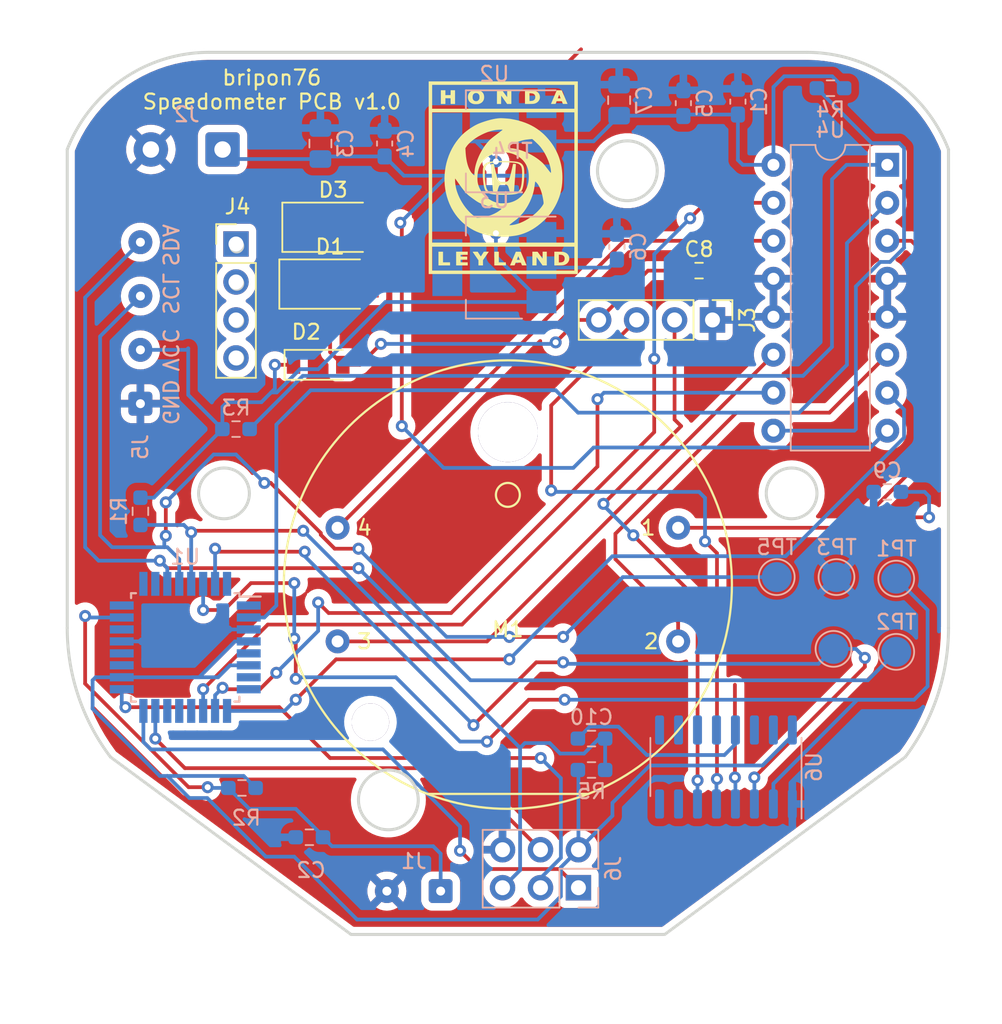
<source format=kicad_pcb>
(kicad_pcb (version 20211014) (generator pcbnew)
  (layers (0 "F.Cu" signal) (31 "B.Cu" signal) (34 "B.Paste" user) (35 "F.Paste" user) (36 "B.SilkS" user "B.Silkscreen") (37 "F.SilkS" user "F.Silkscreen") (38 "B.Mask" user) (39 "F.Mask" user) (44 "Edge.Cuts" user))
  (net 0 "")
  (net 1 "+5V")
  (net 2 "GND")
  (net 3 "/TANK")
  (net 4 "/MISO")
  (net 5 "/RESET_TAGESKILOMETER")
  (net 6 "/STEPPER_A1")
  (net 7 "/V+")
  (net 8 "Net-(C9-Pad1)")
  (net 9 "/STEPPER_A2")
  (net 10 "/STEPPER_B1")
  (net 11 "/STEPPER_B2")
  (net 13 "/DHT_PIN")
  (net 15 "/SCK")
  (net 16 "/MOSI")
  (net 17 "/RST")
  (net 24 "/I2C_SDA")
  (net 25 "/I2C_SCL")
  (net 26 "/UART_RX")
  (net 27 "/UART_TX")
  (net 28 "/TACHO")
  (net 29 "+12V")
  (net 30 "+3.3V")
  (net 35 "/A1")
  (net 36 "/A2")
  (net 37 "/B1")
  (net 38 "/B2")
  (net 39 "Net-(R3-Pad1)")
  (net 40 "Net-(R4-Pad1)")
  (net 41 "Net-(C10-Pad2)")
  (net 42 "/d-")
  (net 43 "/D+")
  (net 44 "Net-(U1-Pad7)")
  (net 45 "Net-(U1-Pad8)")
  (net 46 "Net-(U6-Pad7)")
  (net 47 "Net-(U6-Pad8)")
  (footprint "TestPoint:X27-168" (layer "F.Cu") (at 157.5 105.5)
    (fp_text reference "M1")
    (fp_text value "Stepper_Motor_bipolar")
  )
  (footprint "Diode_SMD:D_SMA" (layer "F.Cu") (at 145.6 85.4)
    (fp_text reference "D1")
    (fp_text value "Z1SMAxxx")
  )
  (footprint "Connector_PinHeader_2.54mm:PinHeader_1x04_P2.54mm_Vertical" (layer "F.Cu") (at 139.3 82.72)
    (fp_text reference "J4")
    (fp_text value "DISPLAY_Kilometer")
  )
  (footprint "Connector_PinHeader_2.54mm:PinHeader_1x04_P2.54mm_Vertical" (layer "F.Cu") (at 171.2 87.8 -90)
    (fp_text reference "J3")
    (fp_text value "USB_Connector")
  )
  (footprint "Diode_SMD:D_SMA" (layer "F.Cu") (at 145.8 81.6)
    (fp_text reference "D3")
    (fp_text value "Z1SMAxxx")
  )
  (footprint "Diode_SMD:D_SOD-123" (layer "F.Cu") (at 144.8 90.8)
    (fp_text reference "D2")
    (fp_text value "MBR0520")
  )
  (footprint "Symbol:HondaLeyland Small" (layer "F.Cu") (at 157.2 78.198)
    (fp_text reference "G***" hide)
    (fp_text value "LOGO" hide)
  )
  (footprint "Resistor_SMD:R_0603_1608Metric_Pad0.98x0.95mm_HandSolder" (layer "F.Cu") (at 170.3 84.5)
    (fp_text reference "C8")
    (fp_text value "0.1u")
  )
  (footprint "Capacitor_SMD:C_0603_1608Metric_Pad1.08x0.95mm_HandSolder" (layer "B.Cu") (at 164.8 82.9 90)
    (fp_text reference "C6")
    (fp_text value "100nF")
  )
  (footprint "Resistor_SMD:R_0603_1608Metric_Pad0.98x0.95mm_HandSolder" (layer "B.Cu") (at 163.1 115.8 180)
    (fp_text reference "C10")
    (fp_text value "0.1u")
  )
  (footprint "Package_TO_SOT_SMD:SOT-223-3_TabPin2" (layer "B.Cu") (at 156.6 84.3 180)
    (fp_text reference "U3")
    (fp_text value "AMS1117-3.3")
  )
  (footprint "TestPoint:TestPoint_Pad_D2.0mm" (layer "B.Cu") (at 179.5 105 180)
    (fp_text reference "TP3")
    (fp_text value "TestPoint")
  )
  (footprint "TestPoint:TestPoint_Pad_D2.0mm" (layer "B.Cu") (at 183.5 110 180)
    (fp_text reference "TP2")
    (fp_text value "TestPoint")
  )
  (footprint "Connector_Wire:SolderWire-0.5sqmm_1x02_P4.8mm_D0.9mm_OD2.3mm" (layer "B.Cu") (at 138.4 76.4 180)
    (fp_text reference "J2")
    (fp_text value "Voltage In")
  )
  (footprint "TestPoint:TestPoint_Pad_D2.0mm" (layer "B.Cu") (at 183.5 105.1 180)
    (fp_text reference "TP1")
    (fp_text value "TestPoint")
  )
  (footprint "Capacitor_SMD:C_0805_2012Metric_Pad1.18x1.45mm_HandSolder" (layer "B.Cu") (at 164.95 73.1 90)
    (fp_text reference "C7")
    (fp_text value "10µF")
  )
  (footprint "Capacitor_SMD:C_0603_1608Metric_Pad1.08x0.95mm_HandSolder" (layer "B.Cu") (at 172.9 73.2 90)
    (fp_text reference "C1")
    (fp_text value "100nF")
  )
  (footprint "Connector_Wire:SolderWire-0.1sqmm_1x04_P3.6mm_D0.4mm_OD1mm" (layer "B.Cu") (at 132.9 93.4 90)
    (fp_text reference "J5")
    (fp_text value "DISPLAY_FUEL")
  )
  (footprint "Package_DIP:DIP-16_W7.62mm" (layer "B.Cu") (at 182.9 77.425 180)
    (fp_text reference "U4")
    (fp_text value "L293D")
  )
  (footprint "Package_QFP:TQFP-32_7x7mm_P0.8mm" (layer "B.Cu") (at 135.9 109.7 180)
    (fp_text reference "U1")
    (fp_text value "ATmega328P-A")
  )
  (footprint "Connector_Wire:SolderWire-0.1sqmm_1x02_P3.6mm_D0.4mm_OD1mm" (layer "B.Cu") (at 153 126 180)
    (fp_text reference "J1")
    (fp_text value "Tank-Sensor")
  )
  (footprint "Package_SO:SOIC-16_3.9x9.9mm_P1.27mm" (layer "B.Cu") (at 172.1 117.7 90)
    (fp_text reference "U6")
    (fp_text value "CH340G")
  )
  (footprint "Resistor_SMD:R_0603_1608Metric_Pad0.98x0.95mm_HandSolder" (layer "B.Cu") (at 132.9 100.6 -90)
    (fp_text reference "R1")
    (fp_text value "10K")
  )
  (footprint "Resistor_SMD:R_0603_1608Metric_Pad0.98x0.95mm_HandSolder" (layer "B.Cu") (at 139.7 119.1 180)
    (fp_text reference "R2")
    (fp_text value "1K")
  )
  (footprint "Connector_PinHeader_2.54mm:PinHeader_2x03_P2.54mm_Vertical" (layer "B.Cu") (at 162.225 125.775 90)
    (fp_text reference "J6")
    (fp_text value "AVR-ISP-6")
  )
  (footprint "TestPoint:TestPoint_Pad_D2.0mm" (layer "B.Cu") (at 179.3 109.8 180)
    (fp_text reference "TP4")
    (fp_text value "TestPoint")
  )
  (footprint "Resistor_SMD:R_0603_1608Metric_Pad0.98x0.95mm_HandSolder" (layer "B.Cu") (at 163.1 117.9)
    (fp_text reference "R5")
    (fp_text value "10K")
  )
  (footprint "Capacitor_SMD:C_0805_2012Metric_Pad1.18x1.45mm_HandSolder" (layer "B.Cu") (at 144.95 76 90)
    (fp_text reference "C3")
    (fp_text value "10µF")
  )
  (footprint "Resistor_SMD:R_0603_1608Metric_Pad0.98x0.95mm_HandSolder" (layer "B.Cu") (at 179.1 72.3)
    (fp_text reference "R4")
    (fp_text value "10K")
  )
  (footprint "Resistor_SMD:R_0603_1608Metric_Pad0.98x0.95mm_HandSolder" (layer "B.Cu") (at 139.3 95.1 180)
    (fp_text reference "R3")
    (fp_text value "10K")
  )
  (footprint "Capacitor_SMD:C_0603_1608Metric_Pad1.08x0.95mm_HandSolder" (layer "B.Cu") (at 149.25 76 90)
    (fp_text reference "C4")
    (fp_text value "100nF")
  )
  (footprint "TestPoint:TestPoint_Pad_D2.0mm" (layer "B.Cu") (at 175.5 105 180)
    (fp_text reference "TP5")
    (fp_text value "TestPoint")
  )
  (footprint "Resistor_SMD:R_0603_1608Metric_Pad0.98x0.95mm_HandSolder" (layer "B.Cu") (at 144.2125 122.4 180)
    (fp_text reference "C2")
    (fp_text value "1uF")
  )
  (footprint "Capacitor_SMD:C_0603_1608Metric_Pad1.08x0.95mm_HandSolder" (layer "B.Cu") (at 169.25 73.3 90)
    (fp_text reference "C5")
    (fp_text value "100nF")
  )
  (footprint "Package_TO_SOT_SMD:SOT-223-3_TabPin2" (layer "B.Cu") (at 156.6 75.85 180)
    (fp_text reference "U2")
    (fp_text value "AMS1117-5.0")
  )
  (footprint "Resistor_SMD:R_0603_1608Metric_Pad0.98x0.95mm_HandSolder" (layer "B.Cu") (at 182.9 99.3 180)
    (fp_text reference "C9")
    (fp_text value "0.1u")
  )
  (gr_line (start 137.5 69.9) (end 177.5 69.9) (layer "Edge.Cuts") (width 0.2))
  (gr_circle (center 139.35 87.850001) (end 138.95 87.850001) (layer "Edge.Cuts") (width 0.2) (fill none))
  (gr_line (start 168 128.9) (end 147 128.9) (layer "Edge.Cuts") (width 0.2))
  (gr_circle (center 149.5 119.9) (end 147.5 119.9) (layer "Edge.Cuts") (width 0.2) (fill none))
  (gr_circle (center 139.35 85.350001) (end 138.95 85.350001) (layer "Edge.Cuts") (width 0.2) (fill none))
  (gr_line (start 187 76.4) (end 187 108.4) (layer "Edge.Cuts") (width 0.2))
  (gr_line (start 128 108.4) (end 128 76.4) (layer "Edge.Cuts") (width 0.2))
  (gr_line (start 184.101117 117.036019) (end 168 128.9) (layer "Edge.Cuts") (width 0.2))
  (gr_circle (center 165.5 77.821711) (end 163.5 77.821711) (layer "Edge.Cuts") (width 0.2) (fill none))
  (gr_circle (center 139.35 90.350001) (end 138.95 90.350001) (layer "Edge.Cuts") (width 0.2) (fill none))
  (gr_arc (start 130.898883 117.036019) (mid 128.744067 112.954786) (end 128 108.4) (layer "Edge.Cuts") (width 0.2))
  (gr_arc (start 177.5 69.9) (mid 183.255432 71.680522) (end 187 76.4) (layer "Edge.Cuts") (width 0.2))
  (gr_line (start 147 128.9) (end 130.898883 117.036019) (layer "Edge.Cuts") (width 0.2))
  (gr_arc (start 128 76.4) (mid 131.744566 71.680519) (end 137.5 69.9) (layer "Edge.Cuts") (width 0.2))
  (gr_circle (center 139.35 82.850001) (end 138.95 82.850001) (layer "Edge.Cuts") (width 0.2) (fill none))
  (gr_circle (center 176.496255 99.4) (end 174.796255 99.4) (layer "Edge.Cuts") (width 0.2) (fill none))
  (gr_arc (start 187 108.4) (mid 186.255939 112.954787) (end 184.101117 117.036019) (layer "Edge.Cuts") (width 0.2))
  (gr_circle (center 138.496255 99.4) (end 136.796255 99.4) (layer "Edge.Cuts") (width 0.2) (fill none))
  (gr_text "SDA" (at 134.9 82.8 -90) (layer "B.SilkS") (effects (font (size 1 1)) (justify mirror)))
  (gr_text "SCL" (at 134.9 86.05 -90) (layer "B.SilkS") (effects (font (size 1 1)) (justify mirror)))
  (gr_text "VCC" (at 134.9 89.8 -90) (layer "B.SilkS") (effects (font (size 1 1)) (justify mirror)))
  (gr_text "GND" (at 134.9 93.3 -90) (layer "B.SilkS") (effects (font (size 1 1)) (justify mirror)))
  (gr_text "bripon76\nSpeedometer PCB v1.0" (at 141.7 72.4) (layer "F.SilkS") (effects (font (size 1 1))))
  (segment (start 143.15 90.8) (end 141.9 90.8) (width 0.25) (layer "F.Cu") (net 1))
  (segment (start 143.15 90.8) (end 143.15 85.85) (width 0.25) (layer "F.Cu") (net 1))
  (segment (start 156.7 77.2) (end 156.7 82) (width 0.25) (layer "F.Cu") (net 1))
  (via (at 156.7 82) (size 0.8) (drill 0.4) (layers "F.Cu" "B.Cu") (net 1))
  (via (at 156.7 77.2) (size 0.8) (drill 0.4) (layers "F.Cu" "B.Cu") (net 1))
  (via (at 141.9 90.8) (size 0.8) (drill 0.4) (layers "F.Cu" "B.Cu") (net 1))
  (segment (start 139.8125 118.3) (end 134.7 118.3) (width 0.25) (layer "B.Cu") (net 1))
  (segment (start 138.3875 95.1) (end 133.8 99.6875) (width 0.25) (layer "B.Cu") (net 1))
  (segment (start 172.9 74.0625) (end 169.35 74.0625) (width 0.25) (layer "B.Cu") (net 1))
  (segment (start 163.2375 75.85) (end 164.95 74.1375) (width 0.25) (layer "B.Cu") (net 1))
  (segment (start 153.45 75.85) (end 155.35 75.85) (width 0.25) (layer "B.Cu") (net 1))
  (segment (start 136.4 111.7) (end 136.825 111.7) (width 0.25) (layer "B.Cu") (net 1))
  (segment (start 164.5 120.96) (end 162.225 123.235) (width 0.25) (layer "B.Cu") (net 1))
  (segment (start 176 71.5) (end 175.28 72.22) (width 0.25) (layer "B.Cu") (net 1))
  (segment (start 131.65 111.7) (end 136.4 111.7) (width 0.25) (layer "B.Cu") (net 1))
  (segment (start 149.3 86.6) (end 144.81 91.09) (width 0.25) (layer "B.Cu") (net 1))
  (segment (start 141.3 123.7) (end 137.375 119.775) (width 0.25) (layer "B.Cu") (net 1))
  (segment (start 155.35 75.85) (end 156.7 77.2) (width 0.25) (layer "B.Cu") (net 1))
  (segment (start 139.225 109.3) (end 136.825 111.7) (width 0.25) (layer "B.Cu") (net 1))
  (segment (start 162.225 117.9375) (end 162.225 123.235) (width 0.25) (layer "B.Cu") (net 1))
  (segment (start 138.1 111.7) (end 136.4 111.7) (width 0.25) (layer "B.Cu") (net 1))
  (segment (start 175.28 72.22) (end 175.28 77.425) (width 0.25) (layer "B.Cu") (net 1))
  (segment (start 143.586104 91.09) (end 142.026104 92.65) (width 0.25) (layer "B.Cu") (net 1))
  (segment (start 134.7 118.3) (end 134.2 118.3) (width 0.25) (layer "B.Cu") (net 1))
  (segment (start 174.546751 117.6) (end 167 117.6) (width 0.25) (layer "B.Cu") (net 1))
  (segment (start 179.2125 71.5) (end 176 71.5) (width 0.25) (layer "B.Cu") (net 1))
  (segment (start 159.75 86.6) (end 156.7 83.55) (width 0.25) (layer "B.Cu") (net 1))
  (segment (start 162.225 123.235) (end 161.05 124.41) (width 0.25) (layer "B.Cu") (net 1))
  (segment (start 136.1 92.8125) (end 138.3875 95.1) (width 0.25) (layer "B.Cu") (net 1))
  (segment (start 136 89.8) (end 136.1 89.7) (width 0.25) (layer "B.Cu") (net 1))
  (segment (start 143.2 123.7) (end 141.3 123.7) (width 0.25) (layer "B.Cu") (net 1))
  (segment (start 141 93.3) (end 138.7 93.3) (width 0.25) (layer "B.Cu") (net 1))
  (segment (start 147.4 127.9) (end 143.2 123.7) (width 0.25) (layer "B.Cu") (net 1))
  (segment (start 140.6125 119.1) (end 139.8125 118.3) (width 0.25) (layer "B.Cu") (net 1))
  (segment (start 141.9 90.8) (end 141.9 92.4) (width 0.25) (layer "B.Cu") (net 1))
  (segment (start 129.7 113.8) (end 129.7 111.9) (width 0.25) (layer "B.Cu") (net 1))
  (segment (start 134.2 118.3) (end 129.7 113.8) (width 0.25) (layer "B.Cu") (net 1))
  (segment (start 161.05 126.35) (end 159.5 127.9) (width 0.25) (layer "B.Cu") (net 1))
  (segment (start 129.9 111.7) (end 131.65 111.7) (width 0.25) (layer "B.Cu") (net 1))
  (segment (start 144.81 91.09) (end 143.586104 91.09) (width 0.25) (layer "B.Cu") (net 1))
  (segment (start 129.7 111.9) (end 129.9 111.7) (width 0.25) (layer "B.Cu") (net 1))
  (segment (start 159.75 86.6) (end 149.3 86.6) (width 0.25) (layer "B.Cu") (net 1))
  (segment (start 138.3875 93.6125) (end 138.3875 95.1) (width 0.25) (layer "B.Cu") (net 1))
  (segment (start 139.225 109.3) (end 140.15 109.3) (width 0.25) (layer "B.Cu") (net 1))
  (segment (start 161.05 124.41) (end 161.05 126.35) (width 0.25) (layer "B.Cu") (net 1))
  (segment (start 136.1 89.7) (end 136.1 92.8125) (width 0.25) (layer "B.Cu") (net 1))
  (segment (start 164.95 74.1375) (end 169.225 74.1375) (width 0.25) (layer "B.Cu") (net 1))
  (segment (start 140.15 110.9) (end 138.9 110.9) (width 0.25) (layer "B.Cu") (net 1))
  (segment (start 159.75 75.85) (end 163.2375 75.85) (width 0.25) (layer "B.Cu") (net 1))
  (segment (start 141.65 92.65) (end 141 93.3) (width 0.25) (layer "B.Cu") (net 1))
  (segment (start 159.75 75.85) (end 153.45 75.85) (width 0.25) (layer "B.Cu") (net 1))
  (segment (start 133.8 99.6875) (end 132.9 99.6875) (width 0.25) (layer "B.Cu") (net 1))
  (segment (start 180.0125 72.3) (end 179.2125 71.5) (width 0.25) (layer "B.Cu") (net 1))
  (segment (start 172.9 74.0625) (end 172.9 77.1) (width 0.25) (layer "B.Cu") (net 1))
  (segment (start 136.175 119.775) (end 134.7 118.3) (width 0.25) (layer "B.Cu") (net 1))
  (segment (start 141.9 92.4) (end 141.65 92.65) (width 0.25) (layer "B.Cu") (net 1))
  (segment (start 173.225 77.425) (end 175.28 77.425) (width 0.25) (layer "B.Cu") (net 1))
  (segment (start 132.9 89.8) (end 136 89.8) (width 0.25) (layer "B.Cu") (net 1))
  (segment (start 137.375 119.775) (end 136.175 119.775) (width 0.25) (layer "B.Cu") (net 1))
  (segment (start 156.7 83.55) (end 156.7 82) (width 0.25) (layer "B.Cu") (net 1))
  (segment (start 164.5 120.1) (end 164.5 120.96) (width 0.25) (layer "B.Cu") (net 1))
  (segment (start 172.9 77.1) (end 173.225 77.425) (width 0.25) (layer "B.Cu") (net 1))
  (segment (start 167 117.6) (end 164.5 120.1) (width 0.25) (layer "B.Cu") (net 1))
  (segment (start 138.7 93.3) (end 138.3875 93.6125) (width 0.25) (layer "B.Cu") (net 1))
  (segment (start 159.5 127.9) (end 147.4 127.9) (width 0.25) (layer "B.Cu") (net 1))
  (segment (start 142.026104 92.65) (end 141.65 92.65) (width 0.25) (layer "B.Cu") (net 1))
  (segment (start 176.545 115.601751) (end 174.546751 117.6) (width 0.25) (layer "B.Cu") (net 1))
  (segment (start 138.9 110.9) (end 138.1 111.7) (width 0.25) (layer "B.Cu") (net 1))
  (segment (start 171.2 84.5125) (end 171.2 87.8) (width 0.25) (layer "F.Cu") (net 2))
  (segment (start 151.2 80.898) (end 162.4 69.698) (width 0.25) (layer "F.Cu") (net 2))
  (segment (start 131.65 109.3) (end 136 109.3) (width 0.25) (layer "B.Cu") (net 2))
  (segment (start 136.8 108.5) (end 140.15 108.5) (width 0.25) (layer "B.Cu") (net 2))
  (segment (start 136 109.3) (end 136.8 108.5) (width 0.25) (layer "B.Cu") (net 2))
  (segment (start 129.2 112.125305) (end 136.125691 119.050996) (width 0.25) (layer "F.Cu") (net 3))
  (segment (start 129.2 107.6) (end 129.2 112.125305) (width 0.25) (layer "F.Cu") (net 3))
  (segment (start 136.125691 119.050996) (end 137.401815 119.050996) (width 0.25) (layer "F.Cu") (net 3))
  (via (at 137.401815 119.050996) (size 0.8) (drill 0.4) (layers "F.Cu" "B.Cu") (net 3))
  (via (at 129.2 107.6) (size 0.8) (drill 0.4) (layers "F.Cu" "B.Cu") (net 3))
  (segment (start 153 126) (end 153 123.5) (width 0.25) (layer "B.Cu") (net 3))
  (segment (start 138.7875 119.1) (end 137.4 119.1) (width 0.25) (layer "B.Cu") (net 3))
  (segment (start 152.5 123) (end 145.725 123) (width 0.25) (layer "B.Cu") (net 3))
  (segment (start 137.4 119.052811) (end 137.401815 119.050996) (width 0.25) (layer "B.Cu") (net 3))
  (segment (start 143.3 120.5) (end 145.125 122.325) (width 0.25) (layer "B.Cu") (net 3))
  (segment (start 129.3 107.7) (end 129.2 107.6) (width 0.25) (layer "B.Cu") (net 3))
  (segment (start 138.7875 119.1) (end 140.1875 120.5) (width 0.25) (layer "B.Cu") (net 3))
  (segment (start 153 123.5) (end 152.5 123) (width 0.25) (layer "B.Cu") (net 3))
  (segment (start 145.725 123) (end 145.125 122.4) (width 0.25) (layer "B.Cu") (net 3))
  (segment (start 131.65 107.7) (end 129.3 107.7) (width 0.25) (layer "B.Cu") (net 3))
  (segment (start 137.4 119.1) (end 137.4 119.052811) (width 0.25) (layer "B.Cu") (net 3))
  (segment (start 140.1875 120.5) (end 143.3 120.5) (width 0.25) (layer "B.Cu") (net 3))
  (segment (start 160.925722 124.525722) (end 155.525722 124.525722) (width 0.25) (layer "F.Cu") (net 4))
  (segment (start 155.525722 124.525722) (end 154.3 123.3) (width 0.25) (layer "F.Cu") (net 4))
  (segment (start 162.3 125.9) (end 160.925722 124.525722) (width 0.25) (layer "F.Cu") (net 4))
  (via (at 154.3 123.3) (size 0.8) (drill 0.4) (layers "F.Cu" "B.Cu") (net 4))
  (segment (start 154.3 123.3) (end 154.3 121.68641) (width 0.25) (layer "B.Cu") (net 4))
  (segment (start 133.1 116.025305) (end 133.1 113.95) (width 0.25) (layer "B.Cu") (net 4))
  (segment (start 154.3 121.68641) (end 149.13859 116.525) (width 0.25) (layer "B.Cu") (net 4))
  (segment (start 133.599695 116.525) (end 133.1 116.025305) (width 0.25) (layer "B.Cu") (net 4))
  (segment (start 149.13859 116.525) (end 133.599695 116.525) (width 0.25) (layer "B.Cu") (net 4))
  (segment (start 177 94) (end 162.2 94) (width 0.25) (layer "B.Cu") (net 6))
  (segment (start 144.3 92.5) (end 142 94.8) (width 0.25) (layer "B.Cu") (net 6))
  (segment (start 160.7 92.5) (end 144.3 92.5) (width 0.25) (layer "B.Cu") (net 6))
  (segment (start 180.2 90.8) (end 177 94) (width 0.25) (layer "B.Cu") (net 6))
  (segment (start 142 94.8) (end 142 106.9) (width 0.25) (layer "B.Cu") (net 6))
  (segment (start 180.2 82.665) (end 180.2 90.8) (width 0.25) (layer "B.Cu") (net 6))
  (segment (start 142 106.9) (end 141.2 107.7) (width 0.25) (layer "B.Cu") (net 6))
  (segment (start 141.2 107.7) (end 140.15 107.7) (width 0.25) (layer "B.Cu") (net 6))
  (segment (start 182.9 79.965) (end 180.2 82.665) (width 0.25) (layer "B.Cu") (net 6))
  (segment (start 162.2 94) (end 160.7 92.5) (width 0.25) (layer "B.Cu") (net 6))
  (segment (start 162.2 87.8) (end 163.58 87.8) (width 0.25) (layer "F.Cu") (net 7))
  (segment (start 166.88 84.5) (end 169.3875 84.5) (width 0.25) (layer "F.Cu") (net 7))
  (segment (start 145.6 89.95) (end 146.45 90.8) (width 0.25) (layer "F.Cu") (net 7))
  (segment (start 146.45 90.8) (end 147.6 90.8) (width 0.25) (layer "F.Cu") (net 7))
  (segment (start 147.6 90.8) (end 149 89.4) (width 0.25) (layer "F.Cu") (net 7))
  (segment (start 160.7 89.3) (end 162.2 87.8) (width 0.25) (layer "F.Cu") (net 7))
  (segment (start 163.58 87.8) (end 166.88 84.5) (width 0.25) (layer "F.Cu") (net 7))
  (segment (start 145.6 83.4) (end 145.6 89.95) (width 0.25) (layer "F.Cu") (net 7))
  (segment (start 143.8 81.6) (end 145.6 83.4) (width 0.25) (layer "F.Cu") (net 7))
  (via (at 149 89.4) (size 0.8) (drill 0.4) (layers "F.Cu" "B.Cu") (net 7))
  (via (at 160.7 89.3) (size 0.8) (drill 0.4) (layers "F.Cu" "B.Cu") (net 7))
  (segment (start 149 89.4) (end 160.6 89.4) (width 0.25) (layer "B.Cu") (net 7))
  (segment (start 160.6 89.4) (end 160.7 89.3) (width 0.25) (layer "B.Cu") (net 7))
  (segment (start 172.7 118.4) (end 172.7 112.2) (width 0.25) (layer "F.Cu") (net 8))
  (segment (start 183.9 101) (end 185.7 101) (width 0.25) (layer "F.Cu") (net 8))
  (via (at 172.7 118.4) (size 0.8) (drill 0.4) (layers "F.Cu" "B.Cu") (net 8))
  (via (at 185.7 101) (size 0.8) (drill 0.4) (layers "F.Cu" "B.Cu") (net 8))
  (segment (start 172.735 120.175) (end 172.735 118.435) (width 0.25) (layer "B.Cu") (net 8))
  (segment (start 185.7 99.6) (end 185.4 99.3) (width 0.25) (layer "B.Cu") (net 8))
  (segment (start 185.4 99.3) (end 183.8125 99.3) (width 0.25) (layer "B.Cu") (net 8))
  (segment (start 172.735 118.435) (end 172.7 118.4) (width 0.25) (layer "B.Cu") (net 8))
  (segment (start 185.7 101) (end 185.7 99.6) (width 0.25) (layer "B.Cu") (net 8))
  (segment (start 146 110.5) (end 143.3 113.2) (width 0.25) (layer "F.Cu") (net 9))
  (segment (start 157.6 110.5) (end 146 110.5) (width 0.25) (layer "F.Cu") (net 9))
  (via (at 143.3 113.2) (size 0.8) (drill 0.4) (layers "F.Cu" "B.Cu") (net 9))
  (via (at 157.6 110.5) (size 0.8) (drill 0.4) (layers "F.Cu" "B.Cu") (net 9))
  (segment (start 184.025 95.670991) (end 176.095991 103.6) (width 0.25) (layer "B.Cu") (net 9))
  (segment (start 143.3 113.2) (end 142.55 113.95) (width 0.25) (layer "B.Cu") (net 9))
  (segment (start 142.55 113.95) (end 138.7 113.95) (width 0.25) (layer "B.Cu") (net 9))
  (segment (start 176.095991 103.6) (end 164.5 103.6) (width 0.25) (layer "B.Cu") (net 9))
  (segment (start 164.5 103.6) (end 157.6 110.5) (width 0.25) (layer "B.Cu") (net 9))
  (segment (start 184.025 93.79) (end 184.025 95.670991) (width 0.25) (layer "B.Cu") (net 9))
  (segment (start 182.9 92.665) (end 184.025 93.79) (width 0.25) (layer "B.Cu") (net 9))
  (segment (start 145.5 107.4) (end 144.8 106.7) (width 0.25) (layer "F.Cu") (net 10))
  (segment (start 138.5 112.5) (end 138.4 112.4) (width 0.25) (layer "F.Cu") (net 10))
  (segment (start 153.7 107.4) (end 163.5 97.6) (width 0.25) (layer "F.Cu") (net 10))
  (segment (start 153.7 107.4) (end 145.5 107.4) (width 0.25) (layer "F.Cu") (net 10))
  (segment (start 140.9 112.5) (end 138.5 112.5) (width 0.25) (layer "F.Cu") (net 10))
  (segment (start 142 111.4) (end 140.9 112.5) (width 0.25) (layer "F.Cu") (net 10))
  (segment (start 163.5 93.1) (end 163.5 97.6) (width 0.25) (layer "F.Cu") (net 10))
  (via (at 142 111.4) (size 0.8) (drill 0.4) (layers "F.Cu" "B.Cu") (net 10))
  (via (at 163.5 93.1) (size 0.8) (drill 0.4) (layers "F.Cu" "B.Cu") (net 10))
  (via (at 144.8 106.7) (size 0.8) (drill 0.4) (layers "F.Cu" "B.Cu") (net 10))
  (via (at 138.4 112.4) (size 0.8) (drill 0.4) (layers "F.Cu" "B.Cu") (net 10))
  (segment (start 144.8 108.6) (end 142 111.4) (width 0.25) (layer "B.Cu") (net 10))
  (segment (start 144.8 106.7) (end 144.8 108.6) (width 0.25) (layer "B.Cu") (net 10))
  (segment (start 138.4 112.4) (end 137.9 112.9) (width 0.25) (layer "B.Cu") (net 10))
  (segment (start 163.935 92.665) (end 163.5 93.1) (width 0.25) (layer "B.Cu") (net 10))
  (segment (start 137.9 112.9) (end 137.9 113.95) (width 0.25) (layer "B.Cu") (net 10))
  (segment (start 175.28 92.665) (end 163.935 92.665) (width 0.25) (layer "B.Cu") (net 10))
  (segment (start 170.735 79.965) (end 169.7 81) (width 0.25) (layer "F.Cu") (net 11))
  (segment (start 154.425 108.175) (end 141.425 108.175) (width 0.25) (layer "F.Cu") (net 11))
  (segment (start 141.425 108.175) (end 137.1 112.5) (width 0.25) (layer "F.Cu") (net 11))
  (segment (start 175.28 79.965) (end 170.735 79.965) (width 0.25) (layer "F.Cu") (net 11))
  (segment (start 167.3 90.4) (end 167.3 95.3) (width 0.25) (layer "F.Cu") (net 11))
  (segment (start 154.425 108.175) (end 167.3 95.3) (width 0.25) (layer "F.Cu") (net 11))
  (via (at 137.1 112.5) (size 0.8) (drill 0.4) (layers "F.Cu" "B.Cu") (net 11))
  (via (at 169.7 81) (size 0.8) (drill 0.4) (layers "F.Cu" "B.Cu") (net 11))
  (via (at 167.3 90.4) (size 0.8) (drill 0.4) (layers "F.Cu" "B.Cu") (net 11))
  (segment (start 169.7 81) (end 167.3 83.4) (width 0.25) (layer "B.Cu") (net 11))
  (segment (start 137.1 112.5) (end 137.1 113.95) (width 0.25) (layer "B.Cu") (net 11))
  (segment (start 167.3 83.4) (end 167.3 90.4) (width 0.25) (layer "B.Cu") (net 11))
  (segment (start 142.2 113.7) (end 145.6 117.1) (width 0.25) (layer "F.Cu") (net 15))
  (segment (start 131.9 113.7) (end 142.2 113.7) (width 0.25) (layer "F.Cu") (net 15))
  (segment (start 145.6 117.1) (end 159.7 117.1) (width 0.25) (layer "F.Cu") (net 15))
  (via (at 131.9 113.7) (size 0.8) (drill 0.4) (layers "F.Cu" "B.Cu") (net 15))
  (via (at 159.7 117.1) (size 0.8) (drill 0.4) (layers "F.Cu" "B.Cu") (net 15))
  (segment (start 131.65 112.5) (end 131.65 113.45) (width 0.25) (layer "B.Cu") (net 15))
  (segment (start 161.05 123.773604) (end 159.685 125.138604) (width 0.25) (layer "B.Cu") (net 15))
  (segment (start 159.7 117.1) (end 161.05 118.45) (width 0.25) (layer "B.Cu") (net 15))
  (segment (start 131.65 113.45) (end 131.9 113.7) (width 0.25) (layer "B.Cu") (net 15))
  (segment (start 161.05 118.45) (end 161.05 123.773604) (width 0.25) (layer "B.Cu") (net 15))
  (segment (start 154.227548 117.777548) (end 135.877548 117.777548) (width 0.25) (layer "F.Cu") (net 16))
  (segment (start 135.877548 117.777548) (end 133.9 115.8) (width 0.25) (layer "F.Cu") (net 16))
  (segment (start 159.685 123.235) (end 154.227548 117.777548) (width 0.25) (layer "F.Cu") (net 16))
  (via (at 133.9 115.8) (size 0.8) (drill 0.4) (layers "F.Cu" "B.Cu") (net 16))
  (segment (start 133.9 113.95) (end 133.9 115.8) (width 0.25) (layer "B.Cu") (net 16))
  (segment (start 136.4 101.9) (end 143.8 101.9) (width 0.25) (layer "F.Cu") (net 17))
  (segment (start 136.4 101.9) (end 136.3 102) (width 0.25) (layer "F.Cu") (net 17))
  (via (at 136.3 102) (size 0.8) (drill 0.4) (layers "F.Cu" "B.Cu") (net 17))
  (via (at 143.8 101.9) (size 0.8) (drill 0.4) (layers "F.Cu" "B.Cu") (net 17))
  (segment (start 132.9 101.5125) (end 135.7875 101.5125) (width 0.25) (layer "B.Cu") (net 17))
  (segment (start 135.8 101.5) (end 136.3 102) (width 0.25) (layer "B.Cu") (net 17))
  (segment (start 135.7875 101.5125) (end 135.8 101.5) (width 0.25) (layer "B.Cu") (net 17))
  (segment (start 158.32 124.6) (end 158.32 116.42) (width 0.25) (layer "B.Cu") (net 17))
  (segment (start 161 116.8) (end 160.3 116.1) (width 0.25) (layer "B.Cu") (net 17))
  (segment (start 162.6 116.8) (end 161 116.8) (width 0.25) (layer "B.Cu") (net 17))
  (segment (start 143.8 101.9) (end 158.32 116.42) (width 0.25) (layer "B.Cu") (net 17))
  (segment (start 160.3 116.1) (end 158.64 116.1) (width 0.25) (layer "B.Cu") (net 17))
  (segment (start 158.64 116.1) (end 158.32 116.42) (width 0.25) (layer "B.Cu") (net 17))
  (segment (start 163.6 115.8) (end 162.6 116.8) (width 0.25) (layer "B.Cu") (net 17))
  (segment (start 157.145 125.775) (end 158.32 124.6) (width 0.25) (layer "B.Cu") (net 17))
  (segment (start 164.0125 115.8) (end 163.6 115.8) (width 0.25) (layer "B.Cu") (net 17))
  (segment (start 164.0125 115.8) (end 164.0125 117.9) (width 0.25) (layer "B.Cu") (net 17))
  (segment (start 136.3 102) (end 136.3 105.45) (width 0.25) (layer "B.Cu") (net 17))
  (segment (start 134.7 104.4) (end 134.2 103.9) (width 0.25) (layer "F.Cu") (net 24))
  (segment (start 147.5 104.4) (end 134.7 104.4) (width 0.25) (layer "F.Cu") (net 24))
  (via (at 134.2 103.9) (size 0.8) (drill 0.4) (layers "F.Cu" "B.Cu") (net 24))
  (via (at 147.5 104.4) (size 0.8) (drill 0.4) (layers "F.Cu" "B.Cu") (net 24))
  (segment (start 155 111.9) (end 181.6 111.9) (width 0.25) (layer "B.Cu") (net 24))
  (segment (start 132.9 82.6) (end 129.2 86.3) (width 0.25) (layer "B.Cu") (net 24))
  (segment (start 134.2 103.9) (end 134.7 104.4) (width 0.25) (layer "B.Cu") (net 24))
  (segment (start 155 111.9) (end 147.5 104.4) (width 0.25) (layer "B.Cu") (net 24))
  (segment (start 129.2 103) (end 130.1 103.9) (width 0.25) (layer "B.Cu") (net 24))
  (segment (start 129.2 86.3) (end 129.2 103) (width 0.25) (layer "B.Cu") (net 24))
  (segment (start 130.1 103.9) (end 134.2 103.9) (width 0.25) (layer "B.Cu") (net 24))
  (segment (start 183.5 110) (end 181.6 111.9) (width 0.25) (layer "B.Cu") (net 24))
  (segment (start 134.7 104.4) (end 134.7 105.45) (width 0.25) (layer "B.Cu") (net 24))
  (segment (start 144.975 102.049695) (end 141.625305 98.7) (width 0.25) (layer "F.Cu") (net 25))
  (segment (start 161.2 109) (end 157.6 109) (width 0.25) (layer "F.Cu") (net 25))
  (segment (start 145.909009 103.1) (end 144.975 102.165991) (width 0.25) (layer "F.Cu") (net 25))
  (segment (start 134.6 102.237) (end 134.6 100) (width 0.25) (layer "F.Cu") (net 25))
  (segment (start 147.5 103.1) (end 145.909009 103.1) (width 0.25) (layer "F.Cu") (net 25))
  (segment (start 144.975 102.165991) (end 144.975 102.049695) (width 0.25) (layer "F.Cu") (net 25))
  (segment (start 141.625305 98.7) (end 141.2 98.7) (width 0.25) (layer "F.Cu") (net 25))
  (via (at 141.2 98.7) (size 0.8) (drill 0.4) (layers "F.Cu" "B.Cu") (net 25))
  (via (at 161.2 109) (size 0.8) (drill 0.4) (layers "F.Cu" "B.Cu") (net 25))
  (via (at 147.5 103.1) (size 0.8) (drill 0.4) (layers "F.Cu" "B.Cu") (net 25))
  (via (at 157.6 109) (size 0.8) (drill 0.4) (layers "F.Cu" "B.Cu") (net 25))
  (via (at 134.6 102.237) (size 0.8) (drill 0.4) (layers "F.Cu" "B.Cu") (net 25))
  (via (at 134.6 100) (size 0.8) (drill 0.4) (layers "F.Cu" "B.Cu") (net 25))
  (segment (start 132.9 86.2) (end 130.2 88.9) (width 0.25) (layer "B.Cu") (net 25))
  (segment (start 157.6 109) (end 153.4 109) (width 0.25) (layer "B.Cu") (net 25))
  (segment (start 165.2 105) (end 161.2 109) (width 0.25) (layer "B.Cu") (net 25))
  (segment (start 134.7 103) (end 135.5 103.8) (width 0.25) (layer "B.Cu") (net 25))
  (segment (start 130.2 88.9) (end 130.2 102.2) (width 0.25) (layer "B.Cu") (net 25))
  (segment (start 135.5 103.8) (end 135.5 105.45) (width 0.25) (layer "B.Cu") (net 25))
  (segment (start 141.2 98.7) (end 139.3 96.8) (width 0.25) (layer "B.Cu") (net 25))
  (segment (start 137.8 96.8) (end 134.6 100) (width 0.25) (layer "B.Cu") (net 25))
  (segment (start 131 103) (end 134.5 103) (width 0.25) (layer "B.Cu") (net 25))
  (segment (start 153.4 109) (end 147.5 103.1) (width 0.25) (layer "B.Cu") (net 25))
  (segment (start 134.6 102.237) (end 134.5 102.337) (width 0.25) (layer "B.Cu") (net 25))
  (segment (start 134.5 102.337) (end 134.5 103) (width 0.25) (layer "B.Cu") (net 25))
  (segment (start 175.5 105) (end 165.2 105) (width 0.25) (layer "B.Cu") (net 25))
  (segment (start 134.5 103) (end 134.7 103) (width 0.25) (layer "B.Cu") (net 25))
  (segment (start 130.2 102.2) (end 131 103) (width 0.25) (layer "B.Cu") (net 25))
  (segment (start 137.8 96.8) (end 139.3 96.8) (width 0.25) (layer "B.Cu") (net 25))
  (segment (start 143.3 109.2) (end 143.2 109.1) (width 0.25) (layer "F.Cu") (net 26))
  (segment (start 143.2 105.4) (end 140.3 105.4) (width 0.25) (layer "F.Cu") (net 26))
  (segment (start 138.5 107.2) (end 140.3 105.4) (width 0.25) (layer "F.Cu") (net 26))
  (segment (start 143.3 111.8) (end 143.3 109.2) (width 0.25) (layer "F.Cu") (net 26))
  (segment (start 138.5 107.2) (end 137.1 107.2) (width 0.25) (layer "F.Cu") (net 26))
  (segment (start 158.9 113.2) (end 156.1 116) (width 0.25) (layer "F.Cu") (net 26))
  (segment (start 161.3 113.2) (end 158.9 113.2) (width 0.25) (layer "F.Cu") (net 26))
  (via (at 143.2 109.1) (size 0.8) (drill 0.4) (layers "F.Cu" "B.Cu") (net 26))
  (via (at 156.1 116) (size 0.8) (drill 0.4) (layers "F.Cu" "B.Cu") (net 26))
  (via (at 161.3 113.2) (size 0.8) (drill 0.4) (layers "F.Cu" "B.Cu") (net 26))
  (via (at 143.2 105.4) (size 0.8) (drill 0.4) (layers "F.Cu" "B.Cu") (net 26))
  (via (at 137.1 107.2) (size 0.8) (drill 0.4) (layers "F.Cu" "B.Cu") (net 26))
  (via (at 143.3 111.8) (size 0.8) (drill 0.4) (layers "F.Cu" "B.Cu") (net 26))
  (segment (start 137.1 105.45) (end 137.1 107.2) (width 0.25) (layer "B.Cu") (net 26))
  (segment (start 156.1 116) (end 154.3 116) (width 0.25) (layer "B.Cu") (net 26))
  (segment (start 143.4 111.7) (end 143.3 111.8) (width 0.25) (layer "B.Cu") (net 26))
  (segment (start 180.9 113.2) (end 183 113.2) (width 0.25) (layer "B.Cu") (net 26))
  (segment (start 150 111.7) (end 154.3 116) (width 0.25) (layer "B.Cu") (net 26))
  (segment (start 175.275 118.825) (end 180.9 113.2) (width 0.25) (layer "B.Cu") (net 26))
  (segment (start 183 113.2) (end 161.3 113.2) (width 0.25) (layer "B.Cu") (net 26))
  (segment (start 183.5 105.1) (end 185.6 107.2) (width 0.25) (layer "B.Cu") (net 26))
  (segment (start 184.7 113.2) (end 185.6 112.3) (width 0.25) (layer "B.Cu") (net 26))
  (segment (start 184.7 113.2) (end 183 113.2) (width 0.25) (layer "B.Cu") (net 26))
  (segment (start 185.6 107.2) (end 185.6 112.3) (width 0.25) (layer "B.Cu") (net 26))
  (segment (start 143.2 109.1) (end 143.2 105.4) (width 0.25) (layer "B.Cu") (net 26))
  (segment (start 143.4 111.7) (end 150 111.7) (width 0.25) (layer "B.Cu") (net 26))
  (segment (start 175.275 120.175) (end 175.275 118.825) (width 0.25) (layer "B.Cu") (net 26))
  (segment (start 174 118.4) (end 181.4 111) (width 0.25) (layer "F.Cu") (net 27))
  (segment (start 161.2 110.7) (end 159.4 110.7) (width 0.25) (layer "F.Cu") (net 27))
  (segment (start 181.4 111) (end 181.4 110.4) (width 0.25) (layer "F.Cu") (net 27))
  (segment (start 143.9 103.3) (end 138.1 103.3) (width 0.25) (layer "F.Cu") (net 27))
  (segment (start 159.4 110.7) (end 155.2 114.9) (width 0.25) (layer "F.Cu") (net 27))
  (segment (start 138.1 103.3) (end 137.9 103.1) (width 0.25) (layer "F.Cu") (net 27))
  (via (at 155.2 114.9) (size 0.8) (drill 0.4) (layers "F.Cu" "B.Cu") (net 27))
  (via (at 181.4 110.4) (size 0.8) (drill 0.4) (layers "F.Cu" "B.Cu") (net 27))
  (via (at 143.9 103.3) (size 0.8) (drill 0.4) (layers "F.Cu" "B.Cu") (net 27))
  (via (at 174 118.4) (size 0.8) (drill 0.4) (layers "F.Cu" "B.Cu") (net 27))
  (via (at 137.9 103.1) (size 0.8) (drill 0.4) (layers "F.Cu" "B.Cu") (net 27))
  (via (at 161.2 110.7) (size 0.8) (drill 0.4) (layers "F.Cu" "B.Cu") (net 27))
  (segment (start 161.3 110.8) (end 161.2 110.7) (width 0.25) (layer "B.Cu") (net 27))
  (segment (start 179.3 109.8) (end 178.3 110.8) (width 0.25) (layer "B.Cu") (net 27))
  (segment (start 178.3 110.8) (end 161.3 110.8) (width 0.25) (layer "B.Cu") (net 27))
  (segment (start 137.9 103.1) (end 137.9 105.45) (width 0.25) (layer "B.Cu") (net 27))
  (segment (start 174.005 118.405) (end 174 118.4) (width 0.25) (layer "B.Cu") (net 27))
  (segment (start 174.005 120.175) (end 174.005 118.405) (width 0.25) (layer "B.Cu") (net 27))
  (segment (start 180.8 109.8) (end 181.4 110.4) (width 0.25) (layer "B.Cu") (net 27))
  (segment (start 155.2 114.9) (end 143.9 103.6) (width 0.25) (layer "B.Cu") (net 27))
  (segment (start 179.3 109.8) (end 180.8 109.8) (width 0.25) (layer "B.Cu") (net 27))
  (segment (start 143.9 103.6) (end 143.9 103.3) (width 0.25) (layer "B.Cu") (net 27))
  (segment (start 150.4 81.4) (end 150.3 81.3) (width 0.25) (layer "F.Cu") (net 29))
  (segment (start 150.4 94.9) (end 150.4 81.4) (width 0.25) (layer "F.Cu") (net 29))
  (via (at 150.3 81.3) (size 0.8) (drill 0.4) (layers "F.Cu" "B.Cu") (net 29))
  (via (at 150.4 94.9) (size 0.8) (drill 0.4) (layers "F.Cu" "B.Cu") (net 29))
  (segment (start 150.5375 78.15) (end 149.25 76.8625) (width 0.25) (layer "B.Cu") (net 29))
  (segment (start 159.75 78.15) (end 150.5375 78.15) (width 0.25) (layer "B.Cu") (net 29))
  (segment (start 144.95 77.0375) (end 139.0375 77.0375) (width 0.25) (layer "B.Cu") (net 29))
  (segment (start 149.25 76.8625) (end 145.125 76.8625) (width 0.25) (layer "B.Cu") (net 29))
  (segment (start 181.775 96.33) (end 163.244085 96.33) (width 0.25) (layer "B.Cu") (net 29))
  (segment (start 153.195001 97.695001) (end 150.4 94.9) (width 0.25) (layer "B.Cu") (net 29))
  (segment (start 163.244085 96.33) (end 161.879084 97.695001) (width 0.25) (layer "B.Cu") (net 29))
  (segment (start 182.9 95.205) (end 181.775 96.33) (width 0.25) (layer "B.Cu") (net 29))
  (segment (start 153.45 78.15) (end 159.75 78.15) (width 0.25) (layer "B.Cu") (net 29))
  (segment (start 150.3 81.3) (end 153.45 78.15) (width 0.25) (layer "B.Cu") (net 29))
  (segment (start 161.879084 97.695001) (end 153.195001 97.695001) (width 0.25) (layer "B.Cu") (net 29))
  (segment (start 159.8 84.3) (end 164.2625 84.3) (width 0.25) (layer "B.Cu") (net 30))
  (segment (start 164.2625 84.3) (end 164.8 83.7625) (width 0.25) (layer "B.Cu") (net 30))
  (segment (start 184.505 82.505) (end 185.4 83.4) (width 0.25) (layer "F.Cu") (net 35))
  (segment (start 182.9 82.505) (end 184.505 82.505) (width 0.25) (layer "F.Cu") (net 35))
  (segment (start 180.7 101.7) (end 168.9 101.7) (width 0.25) (layer "F.Cu") (net 35))
  (segment (start 185.4 83.4) (end 185.4 97) (width 0.25) (layer "F.Cu") (net 35))
  (segment (start 185.4 97) (end 180.7 101.7) (width 0.25) (layer "F.Cu") (net 35))
  (segment (start 168.9 109.3) (end 168.9 108) (width 0.25) (layer "F.Cu") (net 36))
  (segment (start 172.8 94) (end 179.025 94) (width 0.25) (layer "F.Cu") (net 36))
  (segment (start 164.7 103.8) (end 164.7 102.1) (width 0.25) (layer "F.Cu") (net 36))
  (segment (start 168.9 108) (end 164.7 103.8) (width 0.25) (layer "F.Cu") (net 36))
  (segment (start 179.025 94) (end 182.9 90.125) (width 0.25) (layer "F.Cu") (net 36))
  (segment (start 164.7 102.1) (end 172.8 94) (width 0.25) (layer "F.Cu") (net 36))
  (segment (start 146.1 109.3) (end 156.105 109.3) (width 0.25) (layer "F.Cu") (net 37))
  (segment (start 156.105 109.3) (end 175.28 90.125) (width 0.25) (layer "F.Cu") (net 37))
  (segment (start 165.295 82.505) (end 175.28 82.505) (width 0.25) (layer "F.Cu") (net 38))
  (segment (start 146.1 101.7) (end 165.295 82.505) (width 0.25) (layer "F.Cu") (net 38))
  (segment (start 143.7725 91.54) (end 177.26 91.54) (width 0.25) (layer "B.Cu") (net 39))
  (segment (start 140.2125 95.1) (end 143.7725 91.54) (width 0.25) (layer "B.Cu") (net 39))
  (segment (start 179.2 78.4) (end 180.175 77.425) (width 0.25) (layer "B.Cu") (net 39))
  (segment (start 177.26 91.54) (end 179.2 89.6) (width 0.25) (layer "B.Cu") (net 39))
  (segment (start 180.175 77.425) (end 182.9 77.425) (width 0.25) (layer "B.Cu") (net 39))
  (segment (start 179.2 89.6) (end 179.2 78.4) (width 0.25) (layer "B.Cu") (net 39))
  (segment (start 181.858899 75.971399) (end 183.695001 75.971399) (width 0.25) (layer "B.Cu") (net 40))
  (segment (start 178.1875 72.3) (end 181.858899 75.971399) (width 0.25) (layer "B.Cu") (net 40))
  (segment (start 180.8 85.554009) (end 180.8 95.1) (width 0.25) (layer "B.Cu") (net 40))
  (segment (start 184.025 76.301398) (end 184.025 82.975) (width 0.25) (layer "B.Cu") (net 40))
  (segment (start 183.08 83.92) (end 182.434009 83.92) (width 0.25) (layer "B.Cu") (net 40))
  (segment (start 184.025 82.975) (end 183.08 83.92) (width 0.25) (layer "B.Cu") (net 40))
  (segment (start 183.695001 75.971399) (end 184.025 76.301398) (width 0.25) (layer "B.Cu") (net 40))
  (segment (start 180.695 95.205) (end 175.28 95.205) (width 0.25) (layer "B.Cu") (net 40))
  (segment (start 182.434009 83.92) (end 180.8 85.554009) (width 0.25) (layer "B.Cu") (net 40))
  (segment (start 180.8 95.1) (end 180.695 95.205) (width 0.25) (layer "B.Cu") (net 40))
  (segment (start 166.8 116.9) (end 172 116.9) (width 0.25) (layer "B.Cu") (net 41))
  (segment (start 162.1875 115.8) (end 162.9875 115) (width 0.25) (layer "B.Cu") (net 41))
  (segment (start 162.9875 115) (end 164.9 115) (width 0.25) (layer "B.Cu") (net 41))
  (segment (start 172 116.9) (end 172.735 116.165) (width 0.25) (layer "B.Cu") (net 41))
  (segment (start 164.9 115) (end 166.8 116.9) (width 0.25) (layer "B.Cu") (net 41))
  (segment (start 172.735 116.165) (end 172.735 115.225) (width 0.25) (layer "B.Cu") (net 41))
  (segment (start 168.66 94.46) (end 168.66 87.8) (width 0.25) (layer "F.Cu") (net 42))
  (segment (start 170.2 118.6) (end 170.2 106.5) (width 0.25) (layer "F.Cu") (net 42))
  (segment (start 163.9 100.1) (end 169.1 94.9) (width 0.25) (layer "F.Cu") (net 42))
  (segment (start 170.2 106.5) (end 165.9 102.2) (width 0.25) (layer "F.Cu") (net 42))
  (segment (start 169.1 94.9) (end 168.66 94.46) (width 0.25) (layer "F.Cu") (net 42))
  (via (at 170.2 118.6) (size 0.8) (drill 0.4) (layers "F.Cu" "B.Cu") (net 42))
  (via (at 163.9 100.1) (size 0.8) (drill 0.4) (layers "F.Cu" "B.Cu") (net 42))
  (via (at 165.9 102.2) (size 0.8) (drill 0.4) (layers "F.Cu" "B.Cu") (net 42))
  (segment (start 165.9 102.2) (end 163.9 100.2) (width 0.25) (layer "B.Cu") (net 42))
  (segment (start 170.195 120.175) (end 170.195 118.605) (width 0.25) (layer "B.Cu") (net 42))
  (segment (start 170.195 118.605) (end 170.2 118.6) (width 0.25) (layer "B.Cu") (net 42))
  (segment (start 163.9 100.2) (end 163.9 100.1) (width 0.25) (layer "B.Cu") (net 42))
  (segment (start 171.5 103.4) (end 170.7 102.6) (width 0.25) (layer "F.Cu") (net 43))
  (segment (start 171.5 118.5) (end 171.5 103.4) (width 0.25) (layer "F.Cu") (net 43))
  (segment (start 166.12 87.8) (end 160.4 93.52) (width 0.25) (layer "F.Cu") (net 43))
  (segment (start 160.4 93.52) (end 160.4 99.2) (width 0.25) (layer "F.Cu") (net 43))
  (via (at 171.5 118.5) (size 0.8) (drill 0.4) (layers "F.Cu" "B.Cu") (net 43))
  (via (at 160.4 99.2) (size 0.8) (drill 0.4) (layers "F.Cu" "B.Cu") (net 43))
  (via (at 170.7 102.6) (size 0.8) (drill 0.4) (layers "F.Cu" "B.Cu") (net 43))
  (segment (start 170.7 102.6) (end 170.7 99.7) (width 0.25) (layer "B.Cu") (net 43))
  (segment (start 171.465 120.175) (end 171.465 118.535) (width 0.25) (layer "B.Cu") (net 43))
  (segment (start 160.5 99.3) (end 160.4 99.2) (width 0.25) (layer "B.Cu") (net 43))
  (segment (start 171.465 118.535) (end 171.5 118.5) (width 0.25) (layer "B.Cu") (net 43))
  (segment (start 170.7 99.7) (end 170.3 99.3) (width 0.25) (layer "B.Cu") (net 43))
  (segment (start 170.3 99.3) (end 160.5 99.3) (width 0.25) (layer "B.Cu") (net 43))
  (zone (net 2) (net_name "GND") (layer "F.Cu") (connect_pads (clearance 0.508)) (min_thickness 0.254) (fill yes (thermal_gap 0.508) (thermal_bridge_width 0.508))
    (polygon (pts (xy 184 69.4) (xy 186.4 72.7) (xy 188.9 75.4) (xy 188.2 112.2) (xy 181.1 124) (xy 167 131.4) (xy 145.9 130.9) (xy 127.3 116.7) (xy 126.1 108.2) (xy 126.2 74.2) (xy 137.4 67.8) (xy 136.8 68.2) (xy 178.3 67.8)))
  )
  (zone (net 2) (net_name "GND") (layer "B.Cu") (connect_pads (clearance 0.508)) (min_thickness 0.254) (fill yes (thermal_gap 0.508) (thermal_bridge_width 0.508))
    (polygon (pts (xy 179.8 66.5) (xy 186.1 69.7) (xy 190.6 75.9) (xy 190.5 111.5) (xy 181.3 126.9) (xy 160.7 134.9) (xy 123.5 120.8) (xy 123.7 71.2) (xy 138.3 66.4)))
  )
)
</source>
